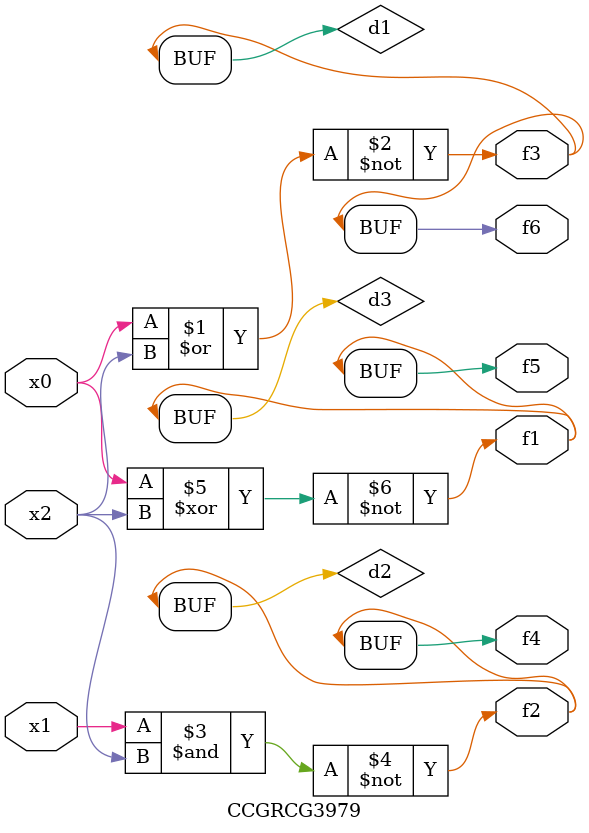
<source format=v>
module CCGRCG3979(
	input x0, x1, x2,
	output f1, f2, f3, f4, f5, f6
);

	wire d1, d2, d3;

	nor (d1, x0, x2);
	nand (d2, x1, x2);
	xnor (d3, x0, x2);
	assign f1 = d3;
	assign f2 = d2;
	assign f3 = d1;
	assign f4 = d2;
	assign f5 = d3;
	assign f6 = d1;
endmodule

</source>
